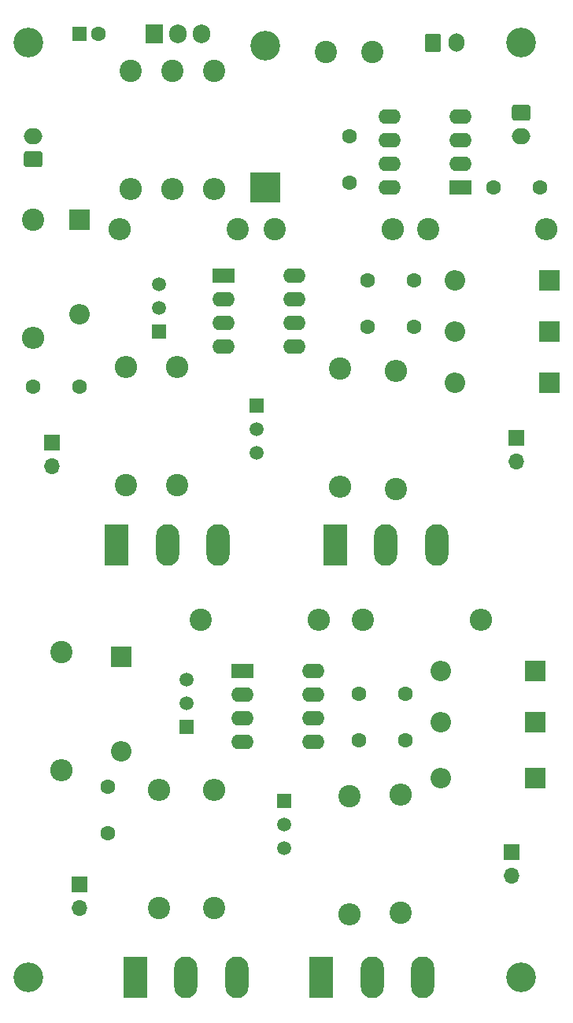
<source format=gbr>
%TF.GenerationSoftware,KiCad,Pcbnew,(5.1.7)-1*%
%TF.CreationDate,2021-05-28T07:53:44+01:00*%
%TF.ProjectId,spike_n_hold,7370696b-655f-46e5-9f68-6f6c642e6b69,rev?*%
%TF.SameCoordinates,Original*%
%TF.FileFunction,Soldermask,Top*%
%TF.FilePolarity,Negative*%
%FSLAX46Y46*%
G04 Gerber Fmt 4.6, Leading zero omitted, Abs format (unit mm)*
G04 Created by KiCad (PCBNEW (5.1.7)-1) date 2021-05-28 07:53:44*
%MOMM*%
%LPD*%
G01*
G04 APERTURE LIST*
%ADD10C,2.400000*%
%ADD11O,2.000000X1.700000*%
%ADD12O,2.400000X2.400000*%
%ADD13C,1.600000*%
%ADD14R,1.600000X1.600000*%
%ADD15O,2.400000X1.600000*%
%ADD16R,2.400000X1.600000*%
%ADD17O,1.905000X2.000000*%
%ADD18R,1.905000X2.000000*%
%ADD19O,1.700000X2.000000*%
%ADD20C,3.200000*%
%ADD21R,2.200000X2.200000*%
%ADD22O,2.200000X2.200000*%
%ADD23R,3.200000X3.200000*%
%ADD24O,3.200000X3.200000*%
%ADD25R,1.700000X1.700000*%
%ADD26O,1.700000X1.700000*%
%ADD27O,2.500000X4.500000*%
%ADD28R,2.500000X4.500000*%
%ADD29C,1.500000*%
%ADD30R,1.500000X1.500000*%
G04 APERTURE END LIST*
D10*
%TO.C,L1*%
X141000000Y-38500000D03*
X146000000Y-38500000D03*
%TD*%
D11*
%TO.C,J7*%
X109500000Y-47500000D03*
G36*
G01*
X110250000Y-50850000D02*
X108750000Y-50850000D01*
G75*
G02*
X108500000Y-50600000I0J250000D01*
G01*
X108500000Y-49400000D01*
G75*
G02*
X108750000Y-49150000I250000J0D01*
G01*
X110250000Y-49150000D01*
G75*
G02*
X110500000Y-49400000I0J-250000D01*
G01*
X110500000Y-50600000D01*
G75*
G02*
X110250000Y-50850000I-250000J0D01*
G01*
G37*
%TD*%
D10*
%TO.C,R15*%
X131500000Y-57500000D03*
D12*
X118800000Y-57500000D03*
%TD*%
D13*
%TO.C,C15*%
X116500000Y-36500000D03*
D14*
X114500000Y-36500000D03*
%TD*%
D15*
%TO.C,U3*%
X147880000Y-53000000D03*
X155500000Y-45380000D03*
X147880000Y-50460000D03*
X155500000Y-47920000D03*
X147880000Y-47920000D03*
X155500000Y-50460000D03*
X147880000Y-45380000D03*
D16*
X155500000Y-53000000D03*
%TD*%
D12*
%TO.C,R18*%
X124500000Y-53200000D03*
D10*
X124500000Y-40500000D03*
%TD*%
D12*
%TO.C,R17*%
X129000000Y-53200000D03*
D10*
X129000000Y-40500000D03*
%TD*%
D17*
%TO.C,Q9*%
X127580000Y-36500000D03*
X125040000Y-36500000D03*
D18*
X122500000Y-36500000D03*
%TD*%
D19*
%TO.C,J6*%
X155000000Y-37500000D03*
G36*
G01*
X151650000Y-38250000D02*
X151650000Y-36750000D01*
G75*
G02*
X151900000Y-36500000I250000J0D01*
G01*
X153100000Y-36500000D01*
G75*
G02*
X153350000Y-36750000I0J-250000D01*
G01*
X153350000Y-38250000D01*
G75*
G02*
X153100000Y-38500000I-250000J0D01*
G01*
X151900000Y-38500000D01*
G75*
G02*
X151650000Y-38250000I0J250000D01*
G01*
G37*
%TD*%
D11*
%TO.C,J5*%
X162000000Y-47500000D03*
G36*
G01*
X161250000Y-44150000D02*
X162750000Y-44150000D01*
G75*
G02*
X163000000Y-44400000I0J-250000D01*
G01*
X163000000Y-45600000D01*
G75*
G02*
X162750000Y-45850000I-250000J0D01*
G01*
X161250000Y-45850000D01*
G75*
G02*
X161000000Y-45600000I0J250000D01*
G01*
X161000000Y-44400000D01*
G75*
G02*
X161250000Y-44150000I250000J0D01*
G01*
G37*
%TD*%
D13*
%TO.C,C8*%
X143500000Y-47500000D03*
X143500000Y-52500000D03*
%TD*%
%TO.C,C7*%
X159000000Y-53000000D03*
X164000000Y-53000000D03*
%TD*%
D20*
%TO.C,H3*%
X162000000Y-37500000D03*
%TD*%
D21*
%TO.C,D4*%
X114500000Y-56500000D03*
D22*
X114500000Y-66660000D03*
%TD*%
D13*
%TO.C,C1*%
X117500000Y-117500000D03*
X117500000Y-122500000D03*
%TD*%
%TO.C,C2*%
X109500000Y-74500000D03*
X114500000Y-74500000D03*
%TD*%
%TO.C,C3*%
X144500000Y-112500000D03*
X149500000Y-112500000D03*
%TD*%
%TO.C,C4*%
X145500000Y-68000000D03*
X150500000Y-68000000D03*
%TD*%
%TO.C,C5*%
X144500000Y-107500000D03*
X149500000Y-107500000D03*
%TD*%
%TO.C,C6*%
X150500000Y-63000000D03*
X145500000Y-63000000D03*
%TD*%
D22*
%TO.C,D1*%
X153340000Y-105000000D03*
D21*
X163500000Y-105000000D03*
%TD*%
%TO.C,D2*%
X165000000Y-63000000D03*
D22*
X154840000Y-63000000D03*
%TD*%
%TO.C,D3*%
X119000000Y-113660000D03*
D21*
X119000000Y-103500000D03*
%TD*%
D22*
%TO.C,D5*%
X153340000Y-110500000D03*
D21*
X163500000Y-110500000D03*
%TD*%
D22*
%TO.C,D6*%
X154840000Y-68500000D03*
D21*
X165000000Y-68500000D03*
%TD*%
%TO.C,D7*%
X163500000Y-116500000D03*
D22*
X153340000Y-116500000D03*
%TD*%
%TO.C,D8*%
X154840000Y-74000000D03*
D21*
X165000000Y-74000000D03*
%TD*%
D23*
%TO.C,D17*%
X134500000Y-53000000D03*
D24*
X134500000Y-37760000D03*
%TD*%
D25*
%TO.C,J1*%
X114500000Y-128000000D03*
D26*
X114500000Y-130540000D03*
%TD*%
D25*
%TO.C,J2*%
X111500000Y-80500000D03*
D26*
X111500000Y-83040000D03*
%TD*%
D25*
%TO.C,J3*%
X161000000Y-124500000D03*
D26*
X161000000Y-127040000D03*
%TD*%
%TO.C,J4*%
X161500000Y-82540000D03*
D25*
X161500000Y-80000000D03*
%TD*%
D27*
%TO.C,Q1*%
X151400000Y-138000000D03*
X145950000Y-138000000D03*
D28*
X140500000Y-138000000D03*
%TD*%
%TO.C,Q2*%
X142000000Y-91500000D03*
D27*
X147450000Y-91500000D03*
X152900000Y-91500000D03*
%TD*%
%TO.C,Q7*%
X131400000Y-138000000D03*
X125950000Y-138000000D03*
D28*
X120500000Y-138000000D03*
%TD*%
D27*
%TO.C,Q8*%
X129400000Y-91500000D03*
X123950000Y-91500000D03*
D28*
X118500000Y-91500000D03*
%TD*%
D10*
%TO.C,R1*%
X149000000Y-131000000D03*
D12*
X149000000Y-118300000D03*
%TD*%
%TO.C,R2*%
X148500000Y-72800000D03*
D10*
X148500000Y-85500000D03*
%TD*%
D12*
%TO.C,R3*%
X143500000Y-131200000D03*
D10*
X143500000Y-118500000D03*
%TD*%
%TO.C,R4*%
X142500000Y-72500000D03*
D12*
X142500000Y-85200000D03*
%TD*%
%TO.C,R5*%
X112500000Y-115700000D03*
D10*
X112500000Y-103000000D03*
%TD*%
%TO.C,R6*%
X109500000Y-56500000D03*
D12*
X109500000Y-69200000D03*
%TD*%
%TO.C,R7*%
X129000000Y-117800000D03*
D10*
X129000000Y-130500000D03*
%TD*%
%TO.C,R8*%
X125000000Y-85000000D03*
D12*
X125000000Y-72300000D03*
%TD*%
D10*
%TO.C,R9*%
X127500000Y-99500000D03*
D12*
X140200000Y-99500000D03*
%TD*%
%TO.C,R10*%
X148200000Y-57500000D03*
D10*
X135500000Y-57500000D03*
%TD*%
%TO.C,R11*%
X123000000Y-130500000D03*
D12*
X123000000Y-117800000D03*
%TD*%
%TO.C,R12*%
X119500000Y-72300000D03*
D10*
X119500000Y-85000000D03*
%TD*%
D12*
%TO.C,R13*%
X157700000Y-99500000D03*
D10*
X145000000Y-99500000D03*
%TD*%
%TO.C,R14*%
X152000000Y-57500000D03*
D12*
X164700000Y-57500000D03*
%TD*%
D16*
%TO.C,U1*%
X132000000Y-105000000D03*
D15*
X139620000Y-112620000D03*
X132000000Y-107540000D03*
X139620000Y-110080000D03*
X132000000Y-110080000D03*
X139620000Y-107540000D03*
X132000000Y-112620000D03*
X139620000Y-105000000D03*
%TD*%
D16*
%TO.C,U2*%
X130000000Y-62500000D03*
D15*
X137620000Y-70120000D03*
X130000000Y-65040000D03*
X137620000Y-67580000D03*
X130000000Y-67580000D03*
X137620000Y-65040000D03*
X130000000Y-70120000D03*
X137620000Y-62500000D03*
%TD*%
D29*
%TO.C,Q3*%
X126000000Y-108460000D03*
X126000000Y-105920000D03*
D30*
X126000000Y-111000000D03*
%TD*%
%TO.C,Q4*%
X123000000Y-68500000D03*
D29*
X123000000Y-63420000D03*
X123000000Y-65960000D03*
%TD*%
D30*
%TO.C,Q5*%
X136500000Y-119000000D03*
D29*
X136500000Y-124080000D03*
X136500000Y-121540000D03*
%TD*%
D30*
%TO.C,Q6*%
X133500000Y-76500000D03*
D29*
X133500000Y-81580000D03*
X133500000Y-79040000D03*
%TD*%
D10*
%TO.C,R16*%
X120000000Y-40500000D03*
D12*
X120000000Y-53200000D03*
%TD*%
D20*
%TO.C,H1*%
X109000000Y-37500000D03*
%TD*%
%TO.C,H2*%
X109000000Y-138000000D03*
%TD*%
%TO.C,H4*%
X162000000Y-138000000D03*
%TD*%
M02*

</source>
